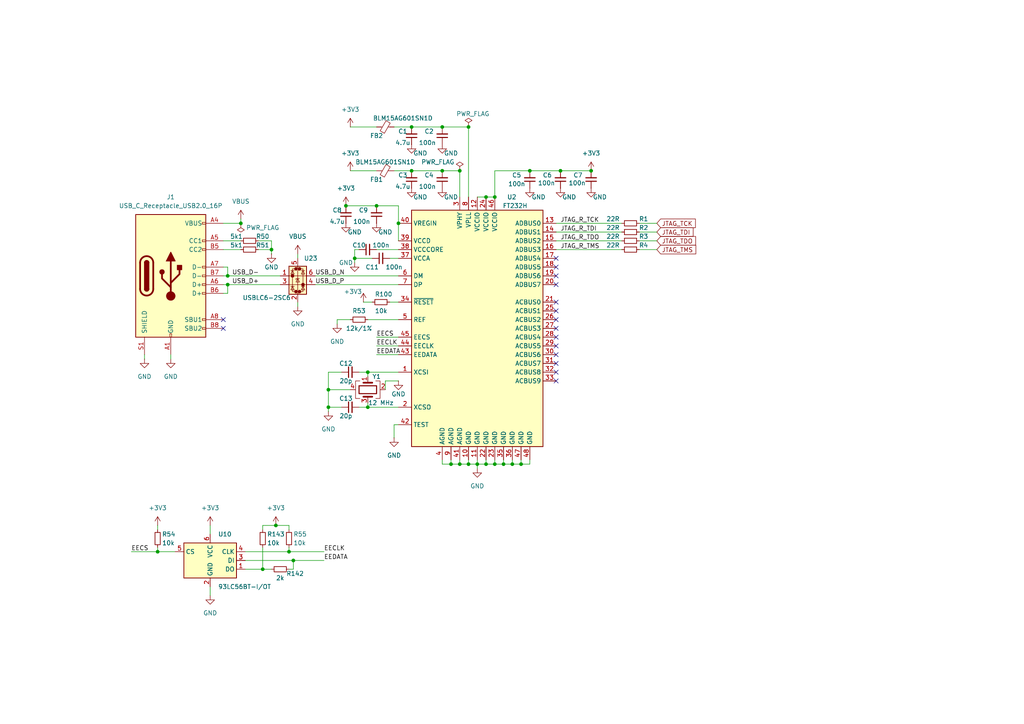
<source format=kicad_sch>
(kicad_sch (version 20231120) (generator "eeschema") (generator_version "8.0")
  (paper "A4")
  (title_block (title "CPArti: Artix-7 FPGA Development Board") (date "2024-08-22") (rev "1.0"))
  (lib_symbols
    (symbol "Connector:USB_C_Receptacle_USB2.0_16P" (pin_names (offset 1.016))
      (property "Reference" "J" (at 0 22.225 0))
      (property "Value" "USB_C_Receptacle_USB2.0_16P" (at 0 19.685 0))
      (symbol "USB_C_Receptacle_USB2.0_16P_0_0"
        (rectangle (start -0.254 -17.78) (end 0.254 -16.764))
        (rectangle (start 10.16 -14.986) (end 9.144 -15.494))
        (rectangle (start 10.16 -12.446) (end 9.144 -12.954))
        (rectangle (start 10.16 -4.826) (end 9.144 -5.334))
        (rectangle (start 10.16 -2.286) (end 9.144 -2.794))
        (rectangle (start 10.16 0.254) (end 9.144 -0.254))
        (rectangle (start 10.16 2.794) (end 9.144 2.286))
        (rectangle (start 10.16 7.874) (end 9.144 7.366))
        (rectangle (start 10.16 10.414) (end 9.144 9.906))
        (rectangle (start 10.16 15.494) (end 9.144 14.986))
      )
      (symbol "USB_C_Receptacle_USB2.0_16P_0_1"
        (rectangle (start -10.16 17.78) (end 10.16 -17.78) (stroke (width 0.254)) (fill (type background)))
        (arc (start -8.89 -3.81) (mid -6.985 -5.7067) (end -5.08 -3.81) (stroke (width 0.508)))
        (arc (start -7.62 -3.81) (mid -6.985 -4.4423) (end -6.35 -3.81) (stroke (width 0.254)))
        (arc (start -7.62 -3.81) (mid -6.985 -4.4423) (end -6.35 -3.81) (stroke (width 0.254)) (fill (type outline)))
        (rectangle (start -7.62 -3.81) (end -6.35 3.81) (stroke (width 0.254)) (fill (type outline)))
        (arc (start -6.35 3.81) (mid -6.985 4.4423) (end -7.62 3.81) (stroke (width 0.254)))
        (arc (start -6.35 3.81) (mid -6.985 4.4423) (end -7.62 3.81) (stroke (width 0.254)) (fill (type outline)))
        (arc (start -5.08 3.81) (mid -6.985 5.7067) (end -8.89 3.81) (stroke (width 0.508)))
        (circle (center -2.54 1.143) (radius 0.635) (stroke (width 0.254)) (fill (type outline)))
        (circle (center 0 -5.842) (radius 1.27) (fill (type outline)))
        (polyline (pts (xy -8.89 -3.81) (xy -8.89 3.81)) (stroke (width 0.508)))
        (polyline (pts (xy -5.08 3.81) (xy -5.08 -3.81)) (stroke (width 0.508)))
        (polyline (pts (xy 0 -5.842) (xy 0 4.318)) (stroke (width 0.508)))
        (polyline (pts (xy 0 -3.302) (xy -2.54 -0.762) (xy -2.54 0.508)) (stroke (width 0.508)))
        (polyline (pts (xy 0 -2.032) (xy 2.54 0.508) (xy 2.54 1.778)) (stroke (width 0.508)))
        (polyline (pts (xy -1.27 4.318) (xy 0 6.858) (xy 1.27 4.318) (xy -1.27 4.318)) (stroke (width 0.254)) (fill (type outline)))
        (rectangle (start 1.905 1.778) (end 3.175 3.048) (stroke (width 0.254)) (fill (type outline)))
      )
      (symbol "USB_C_Receptacle_USB2.0_16P_1_1"
        (pin passive line (at 0 -22.86 90) (length 5.08) (name "GND") (number "A1"))
        (pin passive line (at 0 -22.86 90) (length 5.08) hide (name "GND") (number "A12"))
        (pin passive line (at 15.24 15.24 180) (length 5.08) (name "VBUS") (number "A4"))
        (pin bidirectional line (at 15.24 10.16 180) (length 5.08) (name "CC1") (number "A5"))
        (pin bidirectional line (at 15.24 -2.54 180) (length 5.08) (name "D+") (number "A6"))
        (pin bidirectional line (at 15.24 2.54 180) (length 5.08) (name "D-") (number "A7"))
        (pin bidirectional line (at 15.24 -12.7 180) (length 5.08) (name "SBU1") (number "A8"))
        (pin passive line (at 15.24 15.24 180) (length 5.08) hide (name "VBUS") (number "A9"))
        (pin passive line (at 0 -22.86 90) (length 5.08) hide (name "GND") (number "B1"))
        (pin passive line (at 0 -22.86 90) (length 5.08) hide (name "GND") (number "B12"))
        (pin passive line (at 15.24 15.24 180) (length 5.08) hide (name "VBUS") (number "B4"))
        (pin bidirectional line (at 15.24 7.62 180) (length 5.08) (name "CC2") (number "B5"))
        (pin bidirectional line (at 15.24 -5.08 180) (length 5.08) (name "D+") (number "B6"))
        (pin bidirectional line (at 15.24 0 180) (length 5.08) (name "D-") (number "B7"))
        (pin bidirectional line (at 15.24 -15.24 180) (length 5.08) (name "SBU2") (number "B8"))
        (pin passive line (at 15.24 15.24 180) (length 5.08) hide (name "VBUS") (number "B9"))
        (pin passive line (at -7.62 -22.86 90) (length 5.08) (name "SHIELD") (number "S1"))
      )
    )
    (symbol "Device:C_Small" (pin_numbers hide) (pin_names (offset 0.254) hide)
      (property "Reference" "C" (at 0.254 1.778 0))
      (property "Value" "C_Small" (at 0.254 -2.032 0))
      (symbol "C_Small_0_1"
        (polyline (pts (xy -1.524 -0.508) (xy 1.524 -0.508)) (stroke (width 0.3302)))
        (polyline (pts (xy -1.524 0.508) (xy 1.524 0.508)) (stroke (width 0.3048)))
      )
      (symbol "C_Small_1_1"
        (pin passive line (at 0 2.54 270) (length 2.032) (name "~") (number "1"))
        (pin passive line (at 0 -2.54 90) (length 2.032) (name "~") (number "2"))
      )
    )
    (symbol "Device:Crystal_GND24" (pin_names (offset 1.016) hide)
      (property "Reference" "Y" (at 3.175 5.08 0))
      (property "Value" "Crystal_GND24" (at 3.175 3.175 0))
      (symbol "Crystal_GND24_0_1"
        (rectangle (start -1.143 2.54) (end 1.143 -2.54) (stroke (width 0.3048)))
        (polyline (pts (xy -2.54 0) (xy -2.032 0)))
        (polyline (pts (xy -2.032 -1.27) (xy -2.032 1.27)) (stroke (width 0.508)))
        (polyline (pts (xy 0 -3.81) (xy 0 -3.556)))
        (polyline (pts (xy 0 3.556) (xy 0 3.81)))
        (polyline (pts (xy 2.032 -1.27) (xy 2.032 1.27)) (stroke (width 0.508)))
        (polyline (pts (xy 2.032 0) (xy 2.54 0)))
        (polyline (pts (xy -2.54 -2.286) (xy -2.54 -3.556) (xy 2.54 -3.556) (xy 2.54 -2.286)))
        (polyline (pts (xy -2.54 2.286) (xy -2.54 3.556) (xy 2.54 3.556) (xy 2.54 2.286)))
      )
      (symbol "Crystal_GND24_1_1"
        (pin passive line (at -3.81 0 0) (length 1.27) (name "1") (number "1"))
        (pin passive line (at 0 5.08 270) (length 1.27) (name "2") (number "2"))
        (pin passive line (at 3.81 0 180) (length 1.27) (name "3") (number "3"))
        (pin passive line (at 0 -5.08 90) (length 1.27) (name "4") (number "4"))
      )
    )
    (symbol "Device:FerriteBead_Small" (pin_numbers hide) (pin_names (offset 0))
      (property "Reference" "FB" (at 1.905 1.27 0))
      (property "Value" "FerriteBead_Small" (at 1.905 -1.27 0))
      (symbol "FerriteBead_Small_0_1"
        (polyline (pts (xy 0 -1.27) (xy 0 -0.7874)))
        (polyline (pts (xy 0 0.889) (xy 0 1.2954)))
        (polyline (pts (xy -1.8288 0.2794) (xy -1.1176 1.4986) (xy 1.8288 -0.2032) (xy 1.1176 -1.4224) (xy -1.8288 0.2794)))
      )
      (symbol "FerriteBead_Small_1_1"
        (pin passive line (at 0 2.54 270) (length 1.27) (name "~") (number "1"))
        (pin passive line (at 0 -2.54 90) (length 1.27) (name "~") (number "2"))
      )
    )
    (symbol "Device:R_Small" (pin_numbers hide) (pin_names (offset 0.254) hide)
      (property "Reference" "R" (at 0.762 0.508 0))
      (property "Value" "R_Small" (at 0.762 -1.016 0))
      (symbol "R_Small_0_1"
        (rectangle (start -0.762 1.778) (end 0.762 -1.778) (stroke (width 0.2032)))
      )
      (symbol "R_Small_1_1"
        (pin passive line (at 0 2.54 270) (length 0.762) (name "~") (number "1"))
        (pin passive line (at 0 -2.54 90) (length 0.762) (name "~") (number "2"))
      )
    )
    (symbol "Interface_USB:FT232H"
      (property "Reference" "U" (at -19.05 35.56 0))
      (property "Value" "FT232H" (at 12.7 35.56 0))
      (symbol "FT232H_0_1"
        (rectangle (start -19.05 34.29) (end 19.05 -34.29) (stroke (width 0.254)) (fill (type background)))
      )
      (symbol "FT232H_1_1"
        (pin input line (at -22.86 -12.7 0) (length 3.81) (name "XCSI") (number "1"))
        (pin power_in line (at -2.54 -38.1 90) (length 3.81) (name "GND") (number "10"))
        (pin power_in line (at 0 -38.1 90) (length 3.81) (name "GND") (number "11"))
        (pin power_in line (at 0 38.1 270) (length 3.81) (name "VCCIO") (number "12"))
        (pin bidirectional line (at 22.86 30.48 180) (length 3.81) (name "ADBUS0") (number "13"))
        (pin bidirectional line (at 22.86 27.94 180) (length 3.81) (name "ADBUS1") (number "14"))
        (pin bidirectional line (at 22.86 25.4 180) (length 3.81) (name "ADBUS2") (number "15"))
        (pin bidirectional line (at 22.86 22.86 180) (length 3.81) (name "ADBUS3") (number "16"))
        (pin bidirectional line (at 22.86 20.32 180) (length 3.81) (name "ADBUS4") (number "17"))
        (pin bidirectional line (at 22.86 17.78 180) (length 3.81) (name "ADBUS5") (number "18"))
        (pin bidirectional line (at 22.86 15.24 180) (length 3.81) (name "ADBUS6") (number "19"))
        (pin output line (at -22.86 -22.86 0) (length 3.81) (name "XCSO") (number "2"))
        (pin bidirectional line (at 22.86 12.7 180) (length 3.81) (name "ADBUS7") (number "20"))
        (pin bidirectional line (at 22.86 7.62 180) (length 3.81) (name "ACBUS0") (number "21"))
        (pin power_in line (at 2.54 -38.1 90) (length 3.81) (name "GND") (number "22"))
        (pin power_in line (at 5.08 -38.1 90) (length 3.81) (name "GND") (number "23"))
        (pin power_in line (at 2.54 38.1 270) (length 3.81) (name "VCCIO") (number "24"))
        (pin bidirectional line (at 22.86 5.08 180) (length 3.81) (name "ACBUS1") (number "25"))
        (pin bidirectional line (at 22.86 2.54 180) (length 3.81) (name "ACBUS2") (number "26"))
        (pin bidirectional line (at 22.86 0 180) (length 3.81) (name "ACBUS3") (number "27"))
        (pin bidirectional line (at 22.86 -2.54 180) (length 3.81) (name "ACBUS4") (number "28"))
        (pin bidirectional line (at 22.86 -5.08 180) (length 3.81) (name "ACBUS5") (number "29"))
        (pin power_in line (at -5.08 38.1 270) (length 3.81) (name "VPHY") (number "3"))
        (pin bidirectional line (at 22.86 -7.62 180) (length 3.81) (name "ACBUS6") (number "30"))
        (pin bidirectional line (at 22.86 -10.16 180) (length 3.81) (name "ACBUS7") (number "31"))
        (pin bidirectional line (at 22.86 -12.7 180) (length 3.81) (name "ACBUS8") (number "32"))
        (pin bidirectional line (at 22.86 -15.24 180) (length 3.81) (name "ACBUS9") (number "33"))
        (pin input line (at -22.86 7.62 0) (length 3.81) (name "~{RESET}") (number "34"))
        (pin power_in line (at 7.62 -38.1 90) (length 3.81) (name "GND") (number "35"))
        (pin power_in line (at 10.16 -38.1 90) (length 3.81) (name "GND") (number "36"))
        (pin power_out line (at -22.86 20.32 0) (length 3.81) (name "VCCA") (number "37"))
        (pin power_out line (at -22.86 22.86 0) (length 3.81) (name "VCCCORE") (number "38"))
        (pin power_in line (at -22.86 25.4 0) (length 3.81) (name "VCCD") (number "39"))
        (pin power_in line (at -10.16 -38.1 90) (length 3.81) (name "AGND") (number "4"))
        (pin power_in line (at -22.86 30.48 0) (length 3.81) (name "VREGIN") (number "40"))
        (pin power_in line (at -5.08 -38.1 90) (length 3.81) (name "AGND") (number "41"))
        (pin input line (at -22.86 -27.94 0) (length 3.81) (name "TEST") (number "42"))
        (pin bidirectional line (at -22.86 -7.62 0) (length 3.81) (name "EEDATA") (number "43"))
        (pin input line (at -22.86 -5.08 0) (length 3.81) (name "EECLK") (number "44"))
        (pin input line (at -22.86 -2.54 0) (length 3.81) (name "EECS") (number "45"))
        (pin power_in line (at 5.08 38.1 270) (length 3.81) (name "VCCIO") (number "46"))
        (pin power_in line (at 12.7 -38.1 90) (length 3.81) (name "GND") (number "47"))
        (pin power_in line (at 15.24 -38.1 90) (length 3.81) (name "GND") (number "48"))
        (pin input line (at -22.86 2.54 0) (length 3.81) (name "REF") (number "5"))
        (pin bidirectional line (at -22.86 15.24 0) (length 3.81) (name "DM") (number "6"))
        (pin bidirectional line (at -22.86 12.7 0) (length 3.81) (name "DP") (number "7"))
        (pin power_in line (at -2.54 38.1 270) (length 3.81) (name "VPLL") (number "8"))
        (pin power_in line (at -7.62 -38.1 90) (length 3.81) (name "AGND") (number "9"))
      )
    )
    (symbol "Memory_EEPROM:93LCxxBxxOT"
      (property "Reference" "U" (at -6.35 6.35 0))
      (property "Value" "93LCxxBxxOT" (at 7.62 -6.35 0))
      (symbol "93LCxxBxxOT_0_1"
        (rectangle (start -7.62 5.08) (end 7.62 -5.08) (stroke (width 0.254)) (fill (type background)))
      )
      (symbol "93LCxxBxxOT_1_1"
        (pin tri_state line (at 10.16 -2.54 180) (length 2.54) (name "DO") (number "1"))
        (pin power_in line (at 0 -7.62 90) (length 2.54) (name "GND") (number "2"))
        (pin input line (at 10.16 0 180) (length 2.54) (name "DI") (number "3"))
        (pin input line (at 10.16 2.54 180) (length 2.54) (name "CLK") (number "4"))
        (pin input line (at -10.16 2.54 0) (length 2.54) (name "CS") (number "5"))
        (pin power_in line (at 0 7.62 270) (length 2.54) (name "VCC") (number "6"))
      )
    )
    (symbol "Power_Protection:USBLC6-2SC6" (pin_names hide)
      (property "Reference" "U" (at 0.635 5.715 0))
      (property "Value" "USBLC6-2SC6" (at 0.635 3.81 0))
      (symbol "USBLC6-2SC6_0_0"
        (circle (center -1.524 0) (radius 0.0001) (stroke (width 0.508)))
        (circle (center -0.508 -4.572) (radius 0.0001) (stroke (width 0.508)))
        (circle (center -0.508 2.032) (radius 0.0001) (stroke (width 0.508)))
        (circle (center 0.508 -4.572) (radius 0.0001) (stroke (width 0.508)))
        (circle (center 0.508 2.032) (radius 0.0001) (stroke (width 0.508)))
        (circle (center 1.524 -2.54) (radius 0.0001) (stroke (width 0.508)))
      )
      (symbol "USBLC6-2SC6_0_1"
        (polyline (pts (xy -2.54 -2.54) (xy 2.54 -2.54)))
        (polyline (pts (xy -2.54 0) (xy 2.54 0)))
        (polyline (pts (xy -2.032 -3.048) (xy -1.016 -3.048)))
        (polyline (pts (xy -1.016 1.524) (xy -2.032 1.524)))
        (polyline (pts (xy 1.016 -3.048) (xy 2.032 -3.048)))
        (polyline (pts (xy 1.016 1.524) (xy 2.032 1.524)))
        (polyline (pts (xy -0.508 -1.143) (xy -0.508 -0.762) (xy 0.508 -0.762)))
        (polyline (pts (xy -2.032 0.508) (xy -1.016 0.508) (xy -1.524 1.524) (xy -2.032 0.508)))
        (polyline (pts (xy -1.016 -4.064) (xy -2.032 -4.064) (xy -1.524 -3.048) (xy -1.016 -4.064)))
        (polyline (pts (xy 0.508 -1.778) (xy -0.508 -1.778) (xy 0 -0.762) (xy 0.508 -1.778)))
        (polyline (pts (xy 2.032 -4.064) (xy 1.016 -4.064) (xy 1.524 -3.048) (xy 2.032 -4.064)))
        (polyline (pts (xy 2.032 0.508) (xy 1.016 0.508) (xy 1.524 1.524) (xy 2.032 0.508)))
        (polyline (pts (xy 0 2.54) (xy -0.508 2.032) (xy 0.508 2.032) (xy 0 1.524) (xy 0 -4.064) (xy -0.508 -4.572) (xy 0.508 -4.572) (xy 0 -5.08)))
      )
      (symbol "USBLC6-2SC6_1_1"
        (rectangle (start -2.54 2.794) (end 2.54 -5.334) (stroke (width 0.254)) (fill (type background)))
        (polyline (pts (xy -0.508 2.032) (xy -1.524 2.032) (xy -1.524 -4.572) (xy -0.508 -4.572)))
        (polyline (pts (xy 0.508 -4.572) (xy 1.524 -4.572) (xy 1.524 2.032) (xy 0.508 2.032)))
        (pin passive line (at -5.08 0 0) (length 2.54) (name "I/O1") (number "1"))
        (pin passive line (at 0 -7.62 90) (length 2.54) (name "GND") (number "2"))
        (pin passive line (at -5.08 -2.54 0) (length 2.54) (name "I/O2") (number "3"))
        (pin passive line (at 5.08 -2.54 180) (length 2.54) (name "I/O2") (number "4"))
        (pin passive line (at 0 5.08 270) (length 2.54) (name "VBUS") (number "5"))
        (pin passive line (at 5.08 0 180) (length 2.54) (name "I/O1") (number "6"))
      )
    )
    (symbol "power:+3V3" (power) (pin_numbers hide) (pin_names (offset 0) hide)
      (property "Value" "+3V3" (at 0 3.556 0))
      (symbol "+3V3_0_1"
        (polyline (pts (xy -0.762 1.27) (xy 0 2.54)))
        (polyline (pts (xy 0 0) (xy 0 2.54)))
        (polyline (pts (xy 0 2.54) (xy 0.762 1.27)))
      )
      (symbol "+3V3_1_1"
        (pin power_in line (at 0 0 90) (length 0) (name "~") (number "1"))
      )
    )
    (symbol "power:GND" (power) (pin_numbers hide) (pin_names (offset 0) hide)
      (property "Value" "GND" (at 0 -3.81 0))
      (symbol "GND_0_1"
        (polyline (pts (xy 0 0) (xy 0 -1.27) (xy 1.27 -1.27) (xy 0 -2.54) (xy -1.27 -1.27) (xy 0 -1.27)))
      )
      (symbol "GND_1_1"
        (pin power_in line (at 0 0 270) (length 0) (name "~") (number "1"))
      )
    )
    (symbol "power:PWR_FLAG" (power) (pin_numbers hide) (pin_names (offset 0) hide)
      (property "Value" "PWR_FLAG" (at 0 3.81 0))
      (symbol "PWR_FLAG_0_0"
        (pin power_out line (at 0 0 90) (length 0) (name "~") (number "1"))
      )
      (symbol "PWR_FLAG_0_1"
        (polyline (pts (xy 0 0) (xy 0 1.27) (xy -1.016 1.905) (xy 0 2.54) (xy 1.016 1.905) (xy 0 1.27)))
      )
    )
    (symbol "power:VBUS" (power) (pin_numbers hide) (pin_names (offset 0) hide)
      (property "Value" "VBUS" (at 0 3.556 0))
      (symbol "VBUS_0_1"
        (polyline (pts (xy -0.762 1.27) (xy 0 2.54)))
        (polyline (pts (xy 0 0) (xy 0 2.54)))
        (polyline (pts (xy 0 2.54) (xy 0.762 1.27)))
      )
      (symbol "VBUS_1_1"
        (pin power_in line (at 0 0 90) (length 0) (name "~") (number "1"))
      )
    )
  )
  (junction (at 130.81 134.62))
  (junction (at 119.38 36.83))
  (junction (at 153.67 49.53))
  (junction (at 95.25 113.03))
  (junction (at 135.89 36.83))
  (junction (at 69.85 64.77))
  (junction (at 171.45 49.53))
  (junction (at 151.13 134.62))
  (junction (at 146.05 134.62))
  (junction (at 100.33 59.69))
  (junction (at 133.35 49.53))
  (junction (at 76.2 165.1))
  (junction (at 119.38 49.53))
  (junction (at 133.35 134.62))
  (junction (at 109.22 59.69))
  (junction (at 106.68 118.11))
  (junction (at 80.01 152.4))
  (junction (at 106.68 107.95))
  (junction (at 45.72 160.02))
  (junction (at 95.25 118.11))
  (junction (at 135.89 134.62))
  (junction (at 140.97 57.15))
  (junction (at 78.74 72.39))
  (junction (at 66.04 82.55))
  (junction (at 66.04 80.01))
  (junction (at 143.51 134.62))
  (junction (at 85.09 162.56))
  (junction (at 115.57 64.77))
  (junction (at 138.43 134.62))
  (junction (at 143.51 57.15))
  (junction (at 83.82 160.02))
  (junction (at 102.87 74.93))
  (junction (at 140.97 134.62))
  (junction (at 162.56 49.53))
  (junction (at 128.27 36.83))
  (junction (at 128.27 49.53))
  (junction (at 148.59 134.62))
  (no_connect (at 161.29 92.71))
  (no_connect (at 161.29 90.17))
  (no_connect (at 161.29 80.01))
  (no_connect (at 161.29 87.63))
  (no_connect (at 161.29 105.41))
  (no_connect (at 64.77 92.71))
  (no_connect (at 161.29 95.25))
  (no_connect (at 161.29 77.47))
  (no_connect (at 161.29 110.49))
  (no_connect (at 161.29 100.33))
  (no_connect (at 64.77 95.25))
  (no_connect (at 161.29 97.79))
  (no_connect (at 161.29 107.95))
  (no_connect (at 161.29 82.55))
  (no_connect (at 161.29 102.87))
  (no_connect (at 161.29 74.93))
  (wire (pts (xy 91.44 82.55) (xy 115.57 82.55)))
  (wire (pts (xy 76.2 165.1) (xy 78.74 165.1)))
  (wire (pts (xy 114.3 36.83) (xy 119.38 36.83)))
  (wire (pts (xy 143.51 57.15) (xy 143.51 49.53)))
  (wire (pts (xy 109.22 102.87) (xy 115.57 102.87)))
  (wire (pts (xy 66.04 80.01) (xy 81.28 80.01)))
  (wire (pts (xy 85.09 165.1) (xy 83.82 165.1)))
  (wire (pts (xy 109.22 100.33) (xy 115.57 100.33)))
  (wire (pts (xy 64.77 82.55) (xy 66.04 82.55)))
  (wire (pts (xy 38.1 160.02) (xy 45.72 160.02)))
  (wire (pts (xy 138.43 134.62) (xy 138.43 135.89)))
  (wire (pts (xy 106.68 107.95) (xy 115.57 107.95)))
  (wire (pts (xy 45.72 152.4) (xy 45.72 153.67)))
  (wire (pts (xy 138.43 133.35) (xy 138.43 134.62)))
  (wire (pts (xy 130.81 134.62) (xy 128.27 134.62)))
  (wire (pts (xy 71.12 160.02) (xy 83.82 160.02)))
  (wire (pts (xy 66.04 77.47) (xy 66.04 80.01)))
  (wire (pts (xy 128.27 36.83) (xy 135.89 36.83)))
  (wire (pts (xy 91.44 80.01) (xy 115.57 80.01)))
  (wire (pts (xy 143.51 134.62) (xy 140.97 134.62)))
  (wire (pts (xy 185.42 69.85) (xy 190.5 69.85)))
  (wire (pts (xy 138.43 134.62) (xy 135.89 134.62)))
  (wire (pts (xy 74.93 69.85) (xy 78.74 69.85)))
  (wire (pts (xy 109.22 72.39) (xy 115.57 72.39)))
  (wire (pts (xy 153.67 134.62) (xy 151.13 134.62)))
  (wire (pts (xy 115.57 59.69) (xy 109.22 59.69)))
  (wire (pts (xy 133.35 57.15) (xy 133.35 49.53)))
  (wire (pts (xy 76.2 152.4) (xy 80.01 152.4)))
  (wire (pts (xy 101.6 36.83) (xy 109.22 36.83)))
  (wire (pts (xy 143.51 133.35) (xy 143.51 134.62)))
  (wire (pts (xy 100.33 59.69) (xy 109.22 59.69)))
  (wire (pts (xy 76.2 158.75) (xy 76.2 165.1)))
  (wire (pts (xy 153.67 49.53) (xy 162.56 49.53)))
  (wire (pts (xy 83.82 153.67) (xy 83.82 152.4)))
  (wire (pts (xy 153.67 133.35) (xy 153.67 134.62)))
  (wire (pts (xy 83.82 160.02) (xy 93.98 160.02)))
  (wire (pts (xy 115.57 64.77) (xy 115.57 69.85)))
  (wire (pts (xy 50.8 160.02) (xy 45.72 160.02)))
  (wire (pts (xy 151.13 133.35) (xy 151.13 134.62)))
  (wire (pts (xy 135.89 57.15) (xy 135.89 36.83)))
  (wire (pts (xy 143.51 49.53) (xy 153.67 49.53)))
  (wire (pts (xy 161.29 67.31) (xy 180.34 67.31)))
  (wire (pts (xy 60.96 170.18) (xy 60.96 172.72)))
  (wire (pts (xy 49.53 102.87) (xy 49.53 104.14)))
  (wire (pts (xy 113.03 87.63) (xy 115.57 87.63)))
  (wire (pts (xy 64.77 64.77) (xy 69.85 64.77)))
  (wire (pts (xy 185.42 64.77) (xy 190.5 64.77)))
  (wire (pts (xy 74.93 72.39) (xy 78.74 72.39)))
  (wire (pts (xy 138.43 57.15) (xy 140.97 57.15)))
  (wire (pts (xy 97.79 93.98) (xy 97.79 92.71)))
  (wire (pts (xy 111.76 113.03) (xy 111.76 110.49)))
  (wire (pts (xy 83.82 158.75) (xy 83.82 160.02)))
  (wire (pts (xy 128.27 134.62) (xy 128.27 133.35)))
  (wire (pts (xy 76.2 153.67) (xy 76.2 152.4)))
  (wire (pts (xy 146.05 134.62) (xy 143.51 134.62)))
  (wire (pts (xy 102.87 74.93) (xy 102.87 72.39)))
  (wire (pts (xy 113.03 74.93) (xy 115.57 74.93)))
  (wire (pts (xy 95.25 107.95) (xy 95.25 113.03)))
  (wire (pts (xy 85.09 162.56) (xy 85.09 165.1)))
  (wire (pts (xy 64.77 72.39) (xy 69.85 72.39)))
  (wire (pts (xy 114.3 49.53) (xy 119.38 49.53)))
  (wire (pts (xy 64.77 85.09) (xy 66.04 85.09)))
  (wire (pts (xy 71.12 165.1) (xy 76.2 165.1)))
  (wire (pts (xy 64.77 77.47) (xy 66.04 77.47)))
  (wire (pts (xy 99.06 107.95) (xy 95.25 107.95)))
  (wire (pts (xy 148.59 133.35) (xy 148.59 134.62)))
  (wire (pts (xy 162.56 49.53) (xy 171.45 49.53)))
  (wire (pts (xy 133.35 49.53) (xy 128.27 49.53)))
  (wire (pts (xy 105.41 87.63) (xy 107.95 87.63)))
  (wire (pts (xy 161.29 72.39) (xy 180.34 72.39)))
  (wire (pts (xy 99.06 118.11) (xy 95.25 118.11)))
  (wire (pts (xy 138.43 134.62) (xy 140.97 134.62)))
  (wire (pts (xy 66.04 85.09) (xy 66.04 82.55)))
  (wire (pts (xy 185.42 72.39) (xy 190.5 72.39)))
  (wire (pts (xy 66.04 82.55) (xy 81.28 82.55)))
  (wire (pts (xy 86.36 73.66) (xy 86.36 74.93)))
  (wire (pts (xy 119.38 36.83) (xy 128.27 36.83)))
  (wire (pts (xy 114.3 127) (xy 114.3 123.19)))
  (wire (pts (xy 140.97 57.15) (xy 143.51 57.15)))
  (wire (pts (xy 64.77 80.01) (xy 66.04 80.01)))
  (wire (pts (xy 119.38 49.53) (xy 128.27 49.53)))
  (wire (pts (xy 106.68 92.71) (xy 115.57 92.71)))
  (wire (pts (xy 78.74 69.85) (xy 78.74 72.39)))
  (wire (pts (xy 69.85 64.77) (xy 69.85 63.5)))
  (wire (pts (xy 135.89 134.62) (xy 133.35 134.62)))
  (wire (pts (xy 102.87 76.2) (xy 102.87 74.93)))
  (wire (pts (xy 104.14 107.95) (xy 106.68 107.95)))
  (wire (pts (xy 104.14 118.11) (xy 106.68 118.11)))
  (wire (pts (xy 115.57 118.11) (xy 106.68 118.11)))
  (wire (pts (xy 102.87 72.39) (xy 104.14 72.39)))
  (wire (pts (xy 95.25 113.03) (xy 101.6 113.03)))
  (wire (pts (xy 86.36 87.63) (xy 86.36 88.9)))
  (wire (pts (xy 111.76 110.49) (xy 115.57 110.49)))
  (wire (pts (xy 109.22 97.79) (xy 115.57 97.79)))
  (wire (pts (xy 45.72 160.02) (xy 45.72 158.75)))
  (wire (pts (xy 106.68 109.22) (xy 106.68 107.95)))
  (wire (pts (xy 130.81 133.35) (xy 130.81 134.62)))
  (wire (pts (xy 148.59 134.62) (xy 146.05 134.62)))
  (wire (pts (xy 114.3 123.19) (xy 115.57 123.19)))
  (wire (pts (xy 102.87 74.93) (xy 107.95 74.93)))
  (wire (pts (xy 85.09 162.56) (xy 93.98 162.56)))
  (wire (pts (xy 101.6 49.53) (xy 109.22 49.53)))
  (wire (pts (xy 135.89 133.35) (xy 135.89 134.62)))
  (wire (pts (xy 95.25 118.11) (xy 95.25 119.38)))
  (wire (pts (xy 64.77 69.85) (xy 69.85 69.85)))
  (wire (pts (xy 133.35 133.35) (xy 133.35 134.62)))
  (wire (pts (xy 60.96 152.4) (xy 60.96 154.94)))
  (wire (pts (xy 106.68 118.11) (xy 106.68 116.84)))
  (wire (pts (xy 78.74 72.39) (xy 78.74 73.66)))
  (wire (pts (xy 151.13 134.62) (xy 148.59 134.62)))
  (wire (pts (xy 115.57 64.77) (xy 115.57 59.69)))
  (wire (pts (xy 41.91 102.87) (xy 41.91 104.14)))
  (wire (pts (xy 140.97 134.62) (xy 140.97 133.35)))
  (wire (pts (xy 71.12 162.56) (xy 85.09 162.56)))
  (wire (pts (xy 146.05 133.35) (xy 146.05 134.62)))
  (wire (pts (xy 161.29 64.77) (xy 180.34 64.77)))
  (wire (pts (xy 97.79 92.71) (xy 101.6 92.71)))
  (wire (pts (xy 80.01 152.4) (xy 83.82 152.4)))
  (wire (pts (xy 95.25 113.03) (xy 95.25 118.11)))
  (wire (pts (xy 133.35 134.62) (xy 130.81 134.62)))
  (wire (pts (xy 185.42 67.31) (xy 190.5 67.31)))
  (wire (pts (xy 161.29 69.85) (xy 180.34 69.85)))
  (label "EECLK" (at 109.22 100.33 0))
  (label "JTAG_R_TMS" (at 162.56 72.39 0))
  (label "EECLK" (at 93.98 160.02 0))
  (label "JTAG_R_TCK" (at 162.56 64.77 0))
  (label "JTAG_R_TDI" (at 162.56 67.31 0))
  (label "USB_D-" (at 67.31 80.01 0))
  (label "EECS" (at 109.22 97.79 0))
  (label "EEDATA" (at 109.22 102.87 0))
  (label "USB_D_N" (at 91.44 80.01 0))
  (label "USB_D_P" (at 91.44 82.55 0))
  (label "JTAG_R_TDO" (at 162.56 69.85 0))
  (label "EECS" (at 38.1 160.02 0))
  (label "USB_D+" (at 67.31 82.55 0))
  (label "EEDATA" (at 93.98 162.56 0))
  (global_label "JTAG_TMS" (shape input) (at 190.5 72.39 0) (property "Intersheetrefs" "${INTERSHEET_REFS}" (effects (hide yes))))
  (global_label "JTAG_TCK" (shape input) (at 190.5 64.77 0) (property "Intersheetrefs" "${INTERSHEET_REFS}" (effects (hide yes))))
  (global_label "JTAG_TDI" (shape input) (at 190.5 67.31 0) (property "Intersheetrefs" "${INTERSHEET_REFS}" (effects (hide yes))))
  (global_label "JTAG_TDO" (shape input) (at 190.5 69.85 0) (property "Intersheetrefs" "${INTERSHEET_REFS}" (effects (hide yes))))
  (symbol (lib_id "power:GND") (at 78.74 73.66 0) (unit 1)
    (property "Reference" "#PWR019" (effects (hide yes)))
    (property "Value" "GND" (at 78.74 77.47 0))
    (property "Description" "Power symbol creates a global label with name \"GND\" , ground" (effects (hide yes)))
  )
  (symbol (lib_id "power:+3V3") (at 105.41 87.63 0) (unit 1)
    (property "Reference" "#PWR0135" (effects (hide yes)))
    (property "Value" "+3V3" (at 102.362 84.582 0))
    (property "Description" "Power symbol creates a global label with name \"+3V3\"" (effects (hide yes)))
  )
  (symbol (lib_id "power:GND") (at 153.67 54.61 0) (unit 1)
    (property "Reference" "#PWR0121" (effects (hide yes)))
    (property "Value" "GND" (at 156.21 57.15 0))
    (property "Description" "Power symbol creates a global label with name \"GND\" , ground" (effects (hide yes)))
  )
  (symbol (lib_id "power:GND") (at 128.27 41.91 0) (unit 1)
    (property "Reference" "#PWR0130" (effects (hide yes)))
    (property "Value" "GND" (at 130.81 44.45 0))
    (property "Description" "Power symbol creates a global label with name \"GND\" , ground" (effects (hide yes)))
  )
  (symbol (lib_id "power:PWR_FLAG") (at 69.85 64.77 180) (unit 1)
    (property "Reference" "#FLG01" (effects (hide yes)))
    (property "Value" "PWR_FLAG" (at 76.2 66.04 0))
    (property "Description" "Special symbol for telling ERC where power comes from" (effects (hide yes)))
  )
  (symbol (lib_id "Device:Crystal_GND24") (at 106.68 113.03 270) (unit 1)
    (property "Reference" "Y1" (at 109.22 109.22 90))
    (property "Value" "12 MHz" (at 110.49 116.84 90))
    (property "Footprint" "Crystal:Crystal_SMD_3225-4Pin_3.2x2.5mm" (effects (hide yes)))
    (property "Description" "Four pin crystal, GND on pins 2 and 4" (effects (hide yes)))
    (property "LCSC" "C9002" (effects (hide yes)))
  )
  (symbol (lib_id "Device:R_Small") (at 72.39 72.39 90) (unit 1)
    (property "Reference" "R51" (at 76.2 71.12 90))
    (property "Value" "5k1" (at 68.58 71.12 90))
    (property "Footprint" "Resistor_SMD:R_0402_1005Metric" (effects (hide yes)))
    (property "Description" "Resistor, small symbol" (effects (hide yes)))
    (property "LCSC" "C25905" (effects (hide yes)))
  )
  (symbol (lib_id "power:GND") (at 115.57 110.49 0) (unit 1)
    (property "Reference" "#PWR0297" (effects (hide yes)))
    (property "Value" "GND" (at 115.57 114.3 0))
    (property "Description" "Power symbol creates a global label with name \"GND\" , ground" (effects (hide yes)))
  )
  (symbol (lib_id "power:GND") (at 119.38 41.91 0) (unit 1)
    (property "Reference" "#PWR0129" (effects (hide yes)))
    (property "Value" "GND" (at 121.92 44.45 0))
    (property "Description" "Power symbol creates a global label with name \"GND\" , ground" (effects (hide yes)))
  )
  (symbol (lib_id "Device:C_Small") (at 171.45 52.07 180) (unit 1)
    (property "Reference" "C7" (at 167.64 50.8 0))
    (property "Value" "100n" (at 167.386 53.086 0))
    (property "Footprint" "Capacitor_SMD:C_0402_1005Metric" (effects (hide yes)))
    (property "Description" "Unpolarized capacitor, small symbol" (effects (hide yes)))
    (property "LCSC" "C1525" (effects (hide yes)))
  )
  (symbol (lib_id "Device:R_Small") (at 45.72 156.21 0) (unit 1)
    (property "Reference" "R54" (at 46.99 154.94 0) (effects (justify left)))
    (property "Value" "10k" (at 46.99 157.48 0) (effects (justify left)))
    (property "Footprint" "Resistor_SMD:R_0402_1005Metric" (effects (hide yes)))
    (property "Description" "Resistor, small symbol" (effects (hide yes)))
    (property "LCSC" "C25744" (effects (hide yes)))
  )
  (symbol (lib_id "Device:C_Small") (at 128.27 39.37 180) (unit 1)
    (property "Reference" "C2" (at 124.46 38.1 0))
    (property "Value" "100n" (at 123.952 41.402 0))
    (property "Footprint" "Capacitor_SMD:C_0402_1005Metric" (effects (hide yes)))
    (property "Description" "Unpolarized capacitor, small symbol" (effects (hide yes)))
    (property "LCSC" "C1525" (effects (hide yes)))
  )
  (symbol (lib_id "power:GND") (at 162.56 54.61 0) (unit 1)
    (property "Reference" "#PWR0122" (effects (hide yes)))
    (property "Value" "GND" (at 165.1 57.15 0))
    (property "Description" "Power symbol creates a global label with name \"GND\" , ground" (effects (hide yes)))
  )
  (symbol (lib_id "power:GND") (at 102.87 76.2 0) (unit 1)
    (property "Reference" "#PWR029" (effects (hide yes)))
    (property "Value" "GND" (at 100.33 76.2 0))
    (property "Description" "Power symbol creates a global label with name \"GND\" , ground" (effects (hide yes)))
  )
  (symbol (lib_id "Device:FerriteBead_Small") (at 111.76 36.83 90) (unit 1)
    (property "Reference" "FB2" (at 109.22 39.37 90))
    (property "Value" "BLM15AG601SN1D" (at 116.84 34.29 90))
    (property "Footprint" "Inductor_SMD:L_0402_1005Metric" (effects (hide yes)))
    (property "Description" "Ferrite bead, small symbol" (effects (hide yes)))
    (property "LCSC" "C76884" (effects (hide yes)))
  )
  (symbol (lib_id "power:GND") (at 109.22 64.77 0) (unit 1)
    (property "Reference" "#PWR0132" (effects (hide yes)))
    (property "Value" "GND" (at 111.76 67.31 0))
    (property "Description" "Power symbol creates a global label with name \"GND\" , ground" (effects (hide yes)))
  )
  (symbol (lib_id "power:GND") (at 41.91 104.14 0) (unit 1)
    (property "Reference" "#PWR021" (effects (hide yes)))
    (property "Value" "GND" (at 41.91 109.22 0))
    (property "Description" "Power symbol creates a global label with name \"GND\" , ground" (effects (hide yes)))
  )
  (symbol (lib_id "Device:R_Small") (at 182.88 69.85 90) (unit 1)
    (property "Reference" "R3" (at 186.69 68.58 90))
    (property "Value" "22R" (at 177.8 68.58 90))
    (property "Footprint" "Resistor_SMD:R_0402_1005Metric" (effects (hide yes)))
    (property "Description" "Resistor, small symbol" (effects (hide yes)))
    (property "LCSC" "C25092" (effects (hide yes)))
  )
  (symbol (lib_id "Device:R_Small") (at 104.14 92.71 90) (unit 1)
    (property "Reference" "R53" (at 104.14 90.17 90))
    (property "Value" "12k/1%" (at 104.14 95.25 90))
    (property "Footprint" "Resistor_SMD:R_0402_1005Metric" (effects (hide yes)))
    (property "Description" "Resistor, small symbol" (effects (hide yes)))
    (property "LCSC" "C25752" (effects (hide yes)))
  )
  (symbol (lib_id "power:GND") (at 49.53 104.14 0) (unit 1)
    (property "Reference" "#PWR020" (effects (hide yes)))
    (property "Value" "GND" (at 49.53 109.22 0))
    (property "Description" "Power symbol creates a global label with name \"GND\" , ground" (effects (hide yes)))
  )
  (symbol (lib_id "power:PWR_FLAG") (at 133.35 49.53 0) (unit 1)
    (property "Reference" "#FLG08" (effects (hide yes)))
    (property "Value" "PWR_FLAG" (at 127 46.99 0))
    (property "Description" "Special symbol for telling ERC where power comes from" (effects (hide yes)))
  )
  (symbol (lib_id "power:+3V3") (at 80.01 152.4 0) (unit 1)
    (property "Reference" "#PWR027" (effects (hide yes)))
    (property "Value" "+3V3" (at 80.01 147.32 0))
    (property "Description" "Power symbol creates a global label with name \"+3V3\"" (effects (hide yes)))
  )
  (symbol (lib_id "Device:R_Small") (at 182.88 67.31 90) (unit 1)
    (property "Reference" "R2" (at 186.69 66.04 90))
    (property "Value" "22R" (at 177.8 66.04 90))
    (property "Footprint" "Resistor_SMD:R_0402_1005Metric" (effects (hide yes)))
    (property "Description" "Resistor, small symbol" (effects (hide yes)))
    (property "LCSC" "C25092" (effects (hide yes)))
  )
  (symbol (lib_id "Device:R_Small") (at 182.88 64.77 90) (unit 1)
    (property "Reference" "R1" (at 186.69 63.5 90))
    (property "Value" "22R" (at 177.8 63.5 90))
    (property "Footprint" "Resistor_SMD:R_0402_1005Metric" (effects (hide yes)))
    (property "Description" "Resistor, small symbol" (effects (hide yes)))
    (property "LCSC" "C25092" (effects (hide yes)))
  )
  (symbol (lib_id "power:+3V3") (at 60.96 152.4 0) (unit 1)
    (property "Reference" "#PWR026" (effects (hide yes)))
    (property "Value" "+3V3" (at 60.96 147.32 0))
    (property "Description" "Power symbol creates a global label with name \"+3V3\"" (effects (hide yes)))
  )
  (symbol (lib_id "power:GND") (at 60.96 172.72 0) (unit 1)
    (property "Reference" "#PWR025" (effects (hide yes)))
    (property "Value" "GND" (at 60.96 177.8 0))
    (property "Description" "Power symbol creates a global label with name \"GND\" , ground" (effects (hide yes)))
  )
  (symbol (lib_id "power:GND") (at 171.45 54.61 0) (unit 1)
    (property "Reference" "#PWR0123" (effects (hide yes)))
    (property "Value" "GND" (at 173.99 57.15 0))
    (property "Description" "Power symbol creates a global label with name \"GND\" , ground" (effects (hide yes)))
  )
  (symbol (lib_id "Device:R_Small") (at 110.49 87.63 270) (unit 1)
    (property "Reference" "R100" (at 108.712 85.344 90) (effects (justify left)))
    (property "Value" "10k" (at 108.712 90.17 90) (effects (justify left)))
    (property "Footprint" "Resistor_SMD:R_0402_1005Metric" (effects (hide yes)))
    (property "Description" "Resistor, small symbol" (effects (hide yes)))
    (property "LCSC" "C25744" (effects (hide yes)))
  )
  (symbol (lib_id "power:VBUS") (at 86.36 73.66 0) (unit 1)
    (property "Reference" "#PWR018" (effects (hide yes)))
    (property "Value" "VBUS" (at 86.36 68.58 0))
    (property "Description" "Power symbol creates a global label with name \"VBUS\"" (effects (hide yes)))
  )
  (symbol (lib_id "power:GND") (at 119.38 54.61 0) (unit 1)
    (property "Reference" "#PWR0126" (effects (hide yes)))
    (property "Value" "GND" (at 121.92 57.15 0))
    (property "Description" "Power symbol creates a global label with name \"GND\" , ground" (effects (hide yes)))
  )
  (symbol (lib_id "power:GND") (at 138.43 135.89 0) (unit 1)
    (property "Reference" "#PWR022" (effects (hide yes)))
    (property "Value" "GND" (at 138.43 140.97 0))
    (property "Description" "Power symbol creates a global label with name \"GND\" , ground" (effects (hide yes)))
  )
  (symbol (lib_id "Device:C_Small") (at 101.6 118.11 90) (unit 1)
    (property "Reference" "C13" (at 100.33 115.57 90))
    (property "Value" "20p" (at 100.33 120.65 90))
    (property "Footprint" "Capacitor_SMD:C_0402_1005Metric" (effects (hide yes)))
    (property "Description" "Unpolarized capacitor, small symbol" (effects (hide yes)))
    (property "LCSC" "C1554" (effects (hide yes)))
  )
  (symbol (lib_id "Device:C_Small") (at 153.67 52.07 180) (unit 1)
    (property "Reference" "C5" (at 149.86 50.8 0))
    (property "Value" "100n" (at 149.86 53.34 0))
    (property "Footprint" "Capacitor_SMD:C_0402_1005Metric" (effects (hide yes)))
    (property "Description" "Unpolarized capacitor, small symbol" (effects (hide yes)))
    (property "LCSC" "C1525" (effects (hide yes)))
  )
  (symbol (lib_id "Device:R_Small") (at 72.39 69.85 90) (unit 1)
    (property "Reference" "R50" (at 76.2 68.58 90))
    (property "Value" "5k1" (at 68.58 68.58 90))
    (property "Footprint" "Resistor_SMD:R_0402_1005Metric" (effects (hide yes)))
    (property "Description" "Resistor, small symbol" (effects (hide yes)))
    (property "LCSC" "C25905" (effects (hide yes)))
  )
  (symbol (lib_id "Device:C_Small") (at 101.6 107.95 90) (unit 1)
    (property "Reference" "C12" (at 100.33 105.41 90))
    (property "Value" "20p" (at 100.33 110.49 90))
    (property "Footprint" "Capacitor_SMD:C_0402_1005Metric" (effects (hide yes)))
    (property "Description" "Unpolarized capacitor, small symbol" (effects (hide yes)))
    (property "LCSC" "C1554" (effects (hide yes)))
  )
  (symbol (lib_id "power:GND") (at 95.25 119.38 0) (unit 1)
    (property "Reference" "#PWR024" (effects (hide yes)))
    (property "Value" "GND" (at 95.25 124.46 0))
    (property "Description" "Power symbol creates a global label with name \"GND\" , ground" (effects (hide yes)))
  )
  (symbol (lib_id "power:+3V3") (at 101.6 49.53 0) (unit 1)
    (property "Reference" "#PWR0127" (effects (hide yes)))
    (property "Value" "+3V3" (at 101.6 44.45 0))
    (property "Description" "Power symbol creates a global label with name \"+3V3\"" (effects (hide yes)))
  )
  (symbol (lib_id "power:GND") (at 100.33 64.77 0) (unit 1)
    (property "Reference" "#PWR0131" (effects (hide yes)))
    (property "Value" "GND" (at 102.87 67.31 0))
    (property "Description" "Power symbol creates a global label with name \"GND\" , ground" (effects (hide yes)))
  )
  (symbol (lib_id "Device:C_Small") (at 100.33 62.23 180) (unit 1)
    (property "Reference" "C8" (at 97.79 60.96 0))
    (property "Value" "4.7u" (at 97.79 64.262 0))
    (property "Footprint" "Capacitor_SMD:C_0603_1608Metric" (effects (hide yes)))
    (property "Description" "Unpolarized capacitor, small symbol" (effects (hide yes)))
    (property "LCSC" "C19666" (effects (hide yes)))
  )
  (symbol (lib_id "power:GND") (at 114.3 127 0) (unit 1)
    (property "Reference" "#PWR023" (effects (hide yes)))
    (property "Value" "GND" (at 114.3 132.08 0))
    (property "Description" "Power symbol creates a global label with name \"GND\" , ground" (effects (hide yes)))
  )
  (symbol (lib_id "Device:C_Small") (at 106.68 72.39 90) (unit 1)
    (property "Reference" "C10" (at 104.14 71.12 90))
    (property "Value" "100n" (at 110.49 71.12 90))
    (property "Footprint" "Capacitor_SMD:C_0402_1005Metric" (effects (hide yes)))
    (property "Description" "Unpolarized capacitor, small symbol" (effects (hide yes)))
    (property "LCSC" "C1525" (effects (hide yes)))
  )
  (symbol (lib_id "Device:C_Small") (at 119.38 39.37 180) (unit 1)
    (property "Reference" "C1" (at 116.84 38.1 0))
    (property "Value" "4.7u" (at 116.84 41.402 0))
    (property "Footprint" "Capacitor_SMD:C_0603_1608Metric" (effects (hide yes)))
    (property "Description" "Unpolarized capacitor, small symbol" (effects (hide yes)))
    (property "LCSC" "C19666" (effects (hide yes)))
  )
  (symbol (lib_id "power:PWR_FLAG") (at 135.89 36.83 0) (unit 1)
    (property "Reference" "#FLG07" (effects (hide yes)))
    (property "Value" "PWR_FLAG" (at 137.16 33.02 0))
    (property "Description" "Special symbol for telling ERC where power comes from" (effects (hide yes)))
  )
  (symbol (lib_id "power:VBUS") (at 69.85 63.5 0) (unit 1)
    (property "Reference" "#PWR016" (effects (hide yes)))
    (property "Value" "VBUS" (at 69.85 58.42 0))
    (property "Description" "Power symbol creates a global label with name \"VBUS\"" (effects (hide yes)))
  )
  (symbol (lib_id "power:GND") (at 128.27 54.61 0) (unit 1)
    (property "Reference" "#PWR0125" (effects (hide yes)))
    (property "Value" "GND" (at 130.81 57.15 0))
    (property "Description" "Power symbol creates a global label with name \"GND\" , ground" (effects (hide yes)))
  )
  (symbol (lib_id "Memory_EEPROM:93LCxxBxxOT") (at 60.96 162.56 0) (unit 1)
    (property "Reference" "U10" (at 63.246 154.94 0) (effects (justify left)))
    (property "Value" "93LC56BT-I/OT" (at 63.246 170.18 0) (effects (justify left)))
    (property "Footprint" "Package_TO_SOT_SMD:SOT-23-6" (effects (hide yes)))
    (property "Datasheet" "http://ww1.microchip.com/downloads/en/DeviceDoc/20001749K.pdf" (effects (hide yes)))
    (property "Description" "Serial EEPROM, 93 Series, 2.5V, SOT-23-6" (effects (hide yes)))
    (property "LCSC" "C190271" (effects (hide yes)))
  )
  (symbol (lib_id "Device:C_Small") (at 119.38 52.07 180) (unit 1)
    (property "Reference" "C3" (at 116.84 50.8 0))
    (property "Value" "4.7u" (at 116.84 54.102 0))
    (property "Footprint" "Capacitor_SMD:C_0603_1608Metric" (effects (hide yes)))
    (property "Description" "Unpolarized capacitor, small symbol" (effects (hide yes)))
    (property "LCSC" "C19666" (effects (hide yes)))
  )
  (symbol (lib_id "Connector:USB_C_Receptacle_USB2.0_16P") (at 49.53 80.01 0) (unit 1)
    (property "Reference" "J1" (at 49.53 57.15 0))
    (property "Value" "USB_C_Receptacle_USB2.0_16P" (at 49.53 59.69 0))
    (property "Footprint" "Connector_USB:USB_C_Receptacle_GCT_USB4105-xx-A_16P_TopMnt_Horizontal" (effects (hide yes)))
    (property "Datasheet" "https://www.usb.org/sites/default/files/documents/usb_type-c.zip" (effects (hide yes)))
    (property "Description" "USB 2.0-only 16P Type-C Receptacle connector" (effects (hide yes)))
    (property "LCSC" "C2927039" (effects (hide yes)))
  )
  (symbol (lib_id "power:GND") (at 86.36 88.9 0) (unit 1)
    (property "Reference" "#PWR017" (effects (hide yes)))
    (property "Value" "GND" (at 86.36 93.98 0))
    (property "Description" "Power symbol creates a global label with name \"GND\" , ground" (effects (hide yes)))
  )
  (symbol (lib_id "Device:C_Small") (at 128.27 52.07 180) (unit 1)
    (property "Reference" "C4" (at 124.46 50.8 0))
    (property "Value" "100n" (at 123.952 54.102 0))
    (property "Footprint" "Capacitor_SMD:C_0402_1005Metric" (effects (hide yes)))
    (property "Description" "Unpolarized capacitor, small symbol" (effects (hide yes)))
    (property "LCSC" "C1525" (effects (hide yes)))
  )
  (symbol (lib_id "power:+3V3") (at 45.72 152.4 0) (unit 1)
    (property "Reference" "#PWR014" (effects (hide yes)))
    (property "Value" "+3V3" (at 45.72 147.32 0))
    (property "Description" "Power symbol creates a global label with name \"+3V3\"" (effects (hide yes)))
  )
  (symbol (lib_id "Device:R_Small") (at 182.88 72.39 90) (unit 1)
    (property "Reference" "R4" (at 186.69 71.12 90))
    (property "Value" "22R" (at 177.8 71.12 90))
    (property "Footprint" "Resistor_SMD:R_0402_1005Metric" (effects (hide yes)))
    (property "Description" "Resistor, small symbol" (effects (hide yes)))
    (property "LCSC" "C25092" (effects (hide yes)))
  )
  (symbol (lib_id "power:GND") (at 97.79 93.98 0) (unit 1)
    (property "Reference" "#PWR0134" (effects (hide yes)))
    (property "Value" "GND" (at 97.79 99.06 0))
    (property "Description" "Power symbol creates a global label with name \"GND\" , ground" (effects (hide yes)))
  )
  (symbol (lib_id "Interface_USB:FT232H") (at 138.43 95.25 0) (unit 1)
    (property "Reference" "U2" (at 147.066 57.15 0) (effects (justify left)))
    (property "Value" "FT232H" (at 145.796 59.69 0) (effects (justify left)))
    (property "Footprint" "Package_QFP:LQFP-48-1EP_7x7mm_P0.5mm_EP3.6x3.6mm" (effects (hide yes)))
    (property "Datasheet" "https://www.ftdichip.com/Support/Documents/DataSheets/ICs/DS_FT232H.pdf" (effects (hide yes)))
    (property "Description" "Hi Speed Single Channel USB UART/FIFO, LQFP/QFN-48" (effects (hide yes)))
    (property "LCSC" "C51997" (effects (hide yes)))
  )
  (symbol (lib_id "power:+3V3") (at 171.45 49.53 0) (unit 1)
    (property "Reference" "#PWR0124" (effects (hide yes)))
    (property "Value" "+3V3" (at 171.45 44.45 0))
    (property "Description" "Power symbol creates a global label with name \"+3V3\"" (effects (hide yes)))
  )
  (symbol (lib_id "power:+3V3") (at 101.6 36.83 0) (unit 1)
    (property "Reference" "#PWR0128" (effects (hide yes)))
    (property "Value" "+3V3" (at 101.6 31.75 0))
    (property "Description" "Power symbol creates a global label with name \"+3V3\"" (effects (hide yes)))
  )
  (symbol (lib_id "Device:C_Small") (at 110.49 74.93 90) (unit 1)
    (property "Reference" "C11" (at 107.95 77.47 90))
    (property "Value" "100n" (at 114.3 77.47 90))
    (property "Footprint" "Capacitor_SMD:C_0402_1005Metric" (effects (hide yes)))
    (property "Description" "Unpolarized capacitor, small symbol" (effects (hide yes)))
    (property "LCSC" "C1525" (effects (hide yes)))
  )
  (symbol (lib_id "Device:R_Small") (at 83.82 156.21 0) (unit 1)
    (property "Reference" "R55" (at 85.09 154.94 0) (effects (justify left)))
    (property "Value" "10k" (at 85.09 157.48 0) (effects (justify left)))
    (property "Footprint" "Resistor_SMD:R_0402_1005Metric" (effects (hide yes)))
    (property "Description" "Resistor, small symbol" (effects (hide yes)))
    (property "LCSC" "C25744" (effects (hide yes)))
  )
  (symbol (lib_id "Device:R_Small") (at 81.28 165.1 90) (unit 1)
    (property "Reference" "R142" (at 85.598 166.37 90))
    (property "Value" "2k" (at 81.28 167.64 90))
    (property "Footprint" "Resistor_SMD:R_0402_1005Metric" (effects (hide yes)))
    (property "Description" "Resistor, small symbol" (effects (hide yes)))
    (property "LCSC" "C4109" (effects (hide yes)))
  )
  (symbol (lib_id "power:+3V3") (at 100.33 59.69 0) (unit 1)
    (property "Reference" "#PWR0133" (effects (hide yes)))
    (property "Value" "+3V3" (at 100.33 54.61 0))
    (property "Description" "Power symbol creates a global label with name \"+3V3\"" (effects (hide yes)))
  )
  (symbol (lib_id "Device:C_Small") (at 109.22 62.23 180) (unit 1)
    (property "Reference" "C9" (at 105.41 60.96 0))
    (property "Value" "100n" (at 104.902 64.262 0))
    (property "Footprint" "Capacitor_SMD:C_0402_1005Metric" (effects (hide yes)))
    (property "Description" "Unpolarized capacitor, small symbol" (effects (hide yes)))
    (property "LCSC" "C1525" (effects (hide yes)))
  )
  (symbol (lib_id "Device:C_Small") (at 162.56 52.07 180) (unit 1)
    (property "Reference" "C6" (at 158.75 50.8 0))
    (property "Value" "100n" (at 158.496 53.086 0))
    (property "Footprint" "Capacitor_SMD:C_0402_1005Metric" (effects (hide yes)))
    (property "Description" "Unpolarized capacitor, small symbol" (effects (hide yes)))
    (property "LCSC" "C1525" (effects (hide yes)))
  )
  (symbol (lib_id "Device:R_Small") (at 76.2 156.21 0) (unit 1)
    (property "Reference" "R143" (at 77.47 154.94 0) (effects (justify left)))
    (property "Value" "10k" (at 77.47 157.48 0) (effects (justify left)))
    (property "Footprint" "Resistor_SMD:R_0402_1005Metric" (effects (hide yes)))
    (property "Description" "Resistor, small symbol" (effects (hide yes)))
    (property "LCSC" "C25744" (effects (hide yes)))
  )
  (symbol (lib_id "Device:FerriteBead_Small") (at 111.76 49.53 90) (unit 1)
    (property "Reference" "FB1" (at 109.22 52.07 90))
    (property "Value" "BLM15AG601SN1D" (at 111.76 46.99 90))
    (property "Footprint" "Inductor_SMD:L_0402_1005Metric" (effects (hide yes)))
    (property "Description" "Ferrite bead, small symbol" (effects (hide yes)))
    (property "LCSC" "C76884" (effects (hide yes)))
  )
  (symbol (lib_id "Power_Protection:USBLC6-2SC6") (at 86.36 80.01 0) (unit 1)
    (property "Reference" "U23" (at 88.138 74.93 0) (effects (justify left)))
    (property "Value" "USBLC6-2SC6" (at 70.358 86.36 0) (effects (justify left)))
    (property "Footprint" "Package_TO_SOT_SMD:SOT-23-6" (effects (hide yes)))
    (property "Datasheet" "https://www.st.com/resource/en/datasheet/usblc6-2.pdf" (effects (hide yes)))
    (property "Description" "Very low capacitance ESD protection diode, 2 data-line, SOT-23-6" (effects (hide yes)))
    (property "LCSC" "C2687116" (effects (hide yes)))
  )
)
</source>
